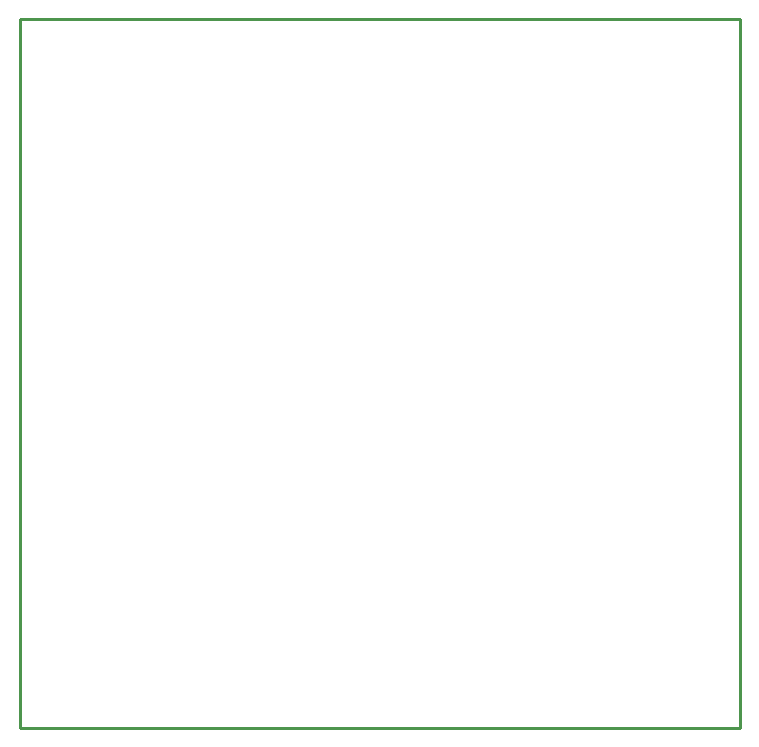
<source format=gko>
G04*
G04 #@! TF.GenerationSoftware,Altium Limited,Altium Designer,25.8.1 (18)*
G04*
G04 Layer_Color=16711935*
%FSLAX44Y44*%
%MOMM*%
G71*
G04*
G04 #@! TF.SameCoordinates,16AD229D-0A12-456A-95A7-24712EE817D5*
G04*
G04*
G04 #@! TF.FilePolarity,Positive*
G04*
G01*
G75*
%ADD11C,0.2540*%
D11*
X610000Y0D02*
Y600000D01*
X0Y0D02*
X610000D01*
X0Y600000D02*
X610000D01*
X0Y0D02*
Y600000D01*
M02*

</source>
